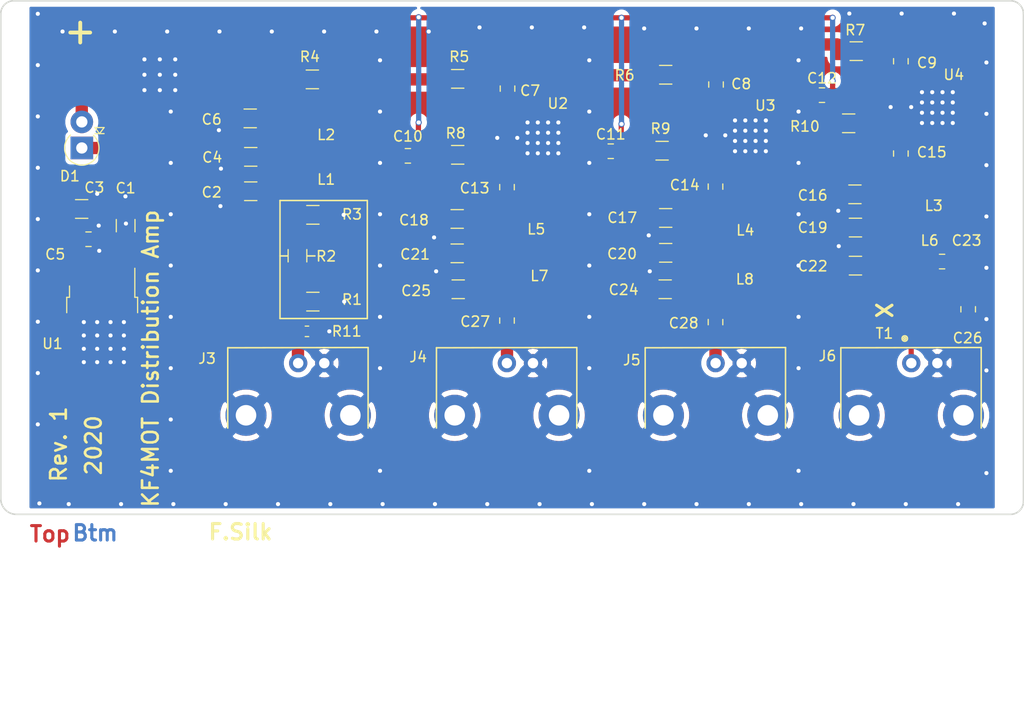
<source format=kicad_pcb>
(kicad_pcb (version 20171130) (host pcbnew "(5.1.5)-3")
  (layers (0 F.Cu signal) (31 B.Cu power) (35 F.Paste user) (37 F.SilkS user) (38 B.Mask user) (39 F.Mask user) (44 Edge.Cuts user))
  (net 0 "")
  (net 1 GND)
  (net 2 "Net-(C2-Pad1)")
  (net 3 "Net-(C13-Pad1)")
  (net 4 "Net-(C13-Pad2)")
  (net 5 "Net-(C14-Pad1)")
  (net 6 "Net-(C14-Pad2)")
  (net 7 "Net-(C15-Pad1)")
  (net 8 "Net-(C15-Pad2)")
  (net 9 "Net-(C22-Pad1)")
  (net 10 "Net-(C23-Pad1)")
  (net 11 "Net-(C24-Pad1)")
  (net 12 "Net-(C25-Pad1)")
  (net 13 "Net-(C27-Pad1)")
  (net 14 "Net-(C28-Pad1)")
  (net 15 "Net-(D1-Pad2)")
  (net 16 "Net-(T1-Pad2)")
  (net 17 "Net-(C1-Pad1)")
  (net 18 "Net-(R4-Pad1)")
  (net 19 +8V)
  (net 20 "Net-(C4-Pad1)")
  (net 21 "Net-(C6-Pad1)")
  (net 22 "Net-(C7-Pad2)")
  (net 23 "Net-(C7-Pad1)")
  (net 24 "Net-(C8-Pad2)")
  (net 25 "Net-(C8-Pad1)")
  (net 26 "Net-(C9-Pad2)")
  (net 27 "Net-(C9-Pad1)")
  (net 28 "Net-(C19-Pad1)")
  (net 29 "Net-(C20-Pad1)")
  (net 30 "Net-(C21-Pad1)")
  (module Package_TO_SOT_SMD:TO-252-2 (layer F.Cu) (at 109.1856 113.402 270)
    (fp_text reference U1 (at 2.048 4.8356 180) (layer F.SilkS))
    (fp_text value MC78M08)
    (pad 2 smd rect (at 2.1 0 270) (size 6.4 5.8) (layers F.Cu F.Mask) (net 1 GND))
    (pad 3 smd rect (at -4.2 2.28 270) (size 2.2 1.2) (layers F.Cu F.Paste F.Mask) (net 19 +8V))
    (pad 1 smd rect (at -4.2 -2.28 270) (size 2.2 1.2) (layers F.Cu F.Paste F.Mask) (net 17 "Net-(C1-Pad1)"))
  )
  (module 23CM_5CM:bnc_molex_0731375003 (layer F.Cu) (at 128.27 117.348)
    (fp_text reference J3 (at -8.87 -0.448) (layer F.SilkS))
    (fp_text value BNC_Molex_0731375003)
    (pad 2 thru_hole circle (at -5.08 5.08) (size 4 4) (drill 2) (layers *.Cu *.Mask) (net 1 GND))
    (pad 2 thru_hole circle (at 5.08 5.08) (size 4 4) (drill 2) (layers *.Cu *.Mask) (net 1 GND))
    (pad 2 thru_hole circle (at 2.54 0) (size 1.778 1.778) (drill 1.016) (layers *.Cu *.Mask) (net 1 GND))
    (pad 1 thru_hole circle (at 0 0) (size 1.778 1.778) (drill 1.016) (layers *.Cu *.Mask) (net 2 "Net-(C2-Pad1)"))
  )
  (module 23CM_5CM:bnc_molex_0731375003 (layer F.Cu) (at 187.96 117.348)
    (fp_text reference J6 (at -8.16 -0.698) (layer F.SilkS))
    (fp_text value BNC_Molex_0731375003)
    (pad 2 thru_hole circle (at -5.08 5.08) (size 4 4) (drill 2) (layers *.Cu *.Mask) (net 1 GND))
    (pad 2 thru_hole circle (at 5.08 5.08) (size 4 4) (drill 2) (layers *.Cu *.Mask) (net 1 GND))
    (pad 2 thru_hole circle (at 2.54 0) (size 1.778 1.778) (drill 1.016) (layers *.Cu *.Mask) (net 1 GND))
    (pad 1 thru_hole circle (at 0 0) (size 1.778 1.778) (drill 1.016) (layers *.Cu *.Mask) (net 10 "Net-(C23-Pad1)"))
  )
  (module 23CM_5CM:bnc_molex_0731375003 (layer F.Cu) (at 168.91 117.348)
    (fp_text reference J5 (at -8.16 -0.298) (layer F.SilkS))
    (fp_text value BNC_Molex_0731375003)
    (pad 2 thru_hole circle (at -5.08 5.08) (size 4 4) (drill 2) (layers *.Cu *.Mask) (net 1 GND))
    (pad 2 thru_hole circle (at 5.08 5.08) (size 4 4) (drill 2) (layers *.Cu *.Mask) (net 1 GND))
    (pad 2 thru_hole circle (at 2.54 0) (size 1.778 1.778) (drill 1.016) (layers *.Cu *.Mask) (net 1 GND))
    (pad 1 thru_hole circle (at 0 0) (size 1.778 1.778) (drill 1.016) (layers *.Cu *.Mask) (net 14 "Net-(C28-Pad1)"))
  )
  (module Resistor_SMD:R_0603_1608Metric_Pad1.05x0.95mm_HandSolder (layer F.Cu) (at 129.125 114.25 180)
    (fp_text reference R11 (at -3.8722 0) (layer F.SilkS))
    (fp_text value R_49R9_sm0603)
    (pad 2 smd roundrect (at 0.875 0 180) (size 1.05 0.95) (layers F.Cu F.Paste F.Mask) (net 2 "Net-(C2-Pad1)"))
    (pad 1 smd roundrect (at -0.875 0 180) (size 1.05 0.95) (layers F.Cu F.Paste F.Mask) (net 1 GND))
  )
  (module kicad_lib:SolderWirePad_single_SMD_5mm (layer F.Cu) (at 114.7 89.25)
    (fp_text reference J2 hide)
    (fp_text value Conn_5mm_pad)
    (pad 1 smd roundrect (at 0 0) (size 5 5) (layers F.Cu F.Mask) (net 1 GND))
  )
  (module kicad_lib:SolderWirePad_single_SMD_5mm (layer F.Cu) (at 107.15 89.25)
    (fp_text reference J1 hide)
    (fp_text value Conn_5mm_pad)
    (pad 1 smd roundrect (at 0 0) (size 5 5) (layers F.Cu F.Mask) (net 15 "Net-(D1-Pad2)"))
  )
  (module Resistor_SMD:R_1206_3216Metric_Pad1.42x1.75mm_HandSolder (layer F.Cu) (at 143.85 110.15 180)
    (fp_text reference C25 (at 4.1 -0.15) (layer F.SilkS))
    (fp_text value C_270pF_1206_C0G)
    (pad 2 smd roundrect (at 1.4875 0 180) (size 1.425 1.75) (layers F.Cu F.Paste F.Mask) (roundrect_rratio 0.175439) (net 1 GND))
    (pad 1 smd roundrect (at -1.4875 0 180) (size 1.425 1.75) (layers F.Cu F.Paste F.Mask) (roundrect_rratio 0.175439) (net 12 "Net-(C25-Pad1)"))
  )
  (module Resistor_SMD:R_1206_3216Metric_Pad1.42x1.75mm_HandSolder (layer F.Cu) (at 164 110.15 180)
    (fp_text reference C24 (at 4.05 -0.05) (layer F.SilkS))
    (fp_text value C_270pF_1206_C0G)
    (pad 2 smd roundrect (at 1.4875 0 180) (size 1.425 1.75) (layers F.Cu F.Paste F.Mask) (roundrect_rratio 0.175439) (net 1 GND))
    (pad 1 smd roundrect (at -1.4875 0 180) (size 1.425 1.75) (layers F.Cu F.Paste F.Mask) (roundrect_rratio 0.175439) (net 11 "Net-(C24-Pad1)"))
  )
  (module Resistor_SMD:R_1206_3216Metric_Pad1.42x1.75mm_HandSolder (layer F.Cu) (at 182.5244 107.8484 180)
    (fp_text reference C22 (at 4.1656 -0.0508) (layer F.SilkS))
    (fp_text value C_270pF_1206_C0G)
    (pad 2 smd roundrect (at 1.4875 0 180) (size 1.425 1.75) (layers F.Cu F.Paste F.Mask) (roundrect_rratio 0.175439) (net 1 GND))
    (pad 1 smd roundrect (at -1.4875 0 180) (size 1.425 1.75) (layers F.Cu F.Paste F.Mask) (roundrect_rratio 0.175439) (net 9 "Net-(C22-Pad1)"))
  )
  (module Resistor_SMD:R_1206_3216Metric_Pad1.42x1.75mm_HandSolder (layer F.Cu) (at 143.75 106.65 180)
    (fp_text reference C21 (at 4.1 -0.1) (layer F.SilkS))
    (fp_text value C_470pF_1206_C0G)
    (pad 2 smd roundrect (at 1.4875 0 180) (size 1.425 1.75) (layers F.Cu F.Paste F.Mask) (roundrect_rratio 0.175439) (net 1 GND))
    (pad 1 smd roundrect (at -1.4875 0 180) (size 1.425 1.75) (layers F.Cu F.Paste F.Mask) (roundrect_rratio 0.175439) (net 30 "Net-(C21-Pad1)"))
  )
  (module Resistor_SMD:R_1206_3216Metric_Pad1.42x1.75mm_HandSolder (layer F.Cu) (at 164.05 106.6 180)
    (fp_text reference C20 (at 4.25 -0.1) (layer F.SilkS))
    (fp_text value C_470pF_1206_C0G)
    (pad 2 smd roundrect (at 1.4875 0 180) (size 1.425 1.75) (layers F.Cu F.Paste F.Mask) (roundrect_rratio 0.175439) (net 1 GND))
    (pad 1 smd roundrect (at -1.4875 0 180) (size 1.425 1.75) (layers F.Cu F.Paste F.Mask) (roundrect_rratio 0.175439) (net 29 "Net-(C20-Pad1)"))
  )
  (module Resistor_SMD:R_1206_3216Metric_Pad1.42x1.75mm_HandSolder (layer F.Cu) (at 182.5244 104.14 180)
    (fp_text reference C19 (at 4.1656 0) (layer F.SilkS))
    (fp_text value C_470pF_1206_C0G)
    (pad 2 smd roundrect (at 1.4875 0 180) (size 1.425 1.75) (layers F.Cu F.Paste F.Mask) (roundrect_rratio 0.175439) (net 1 GND))
    (pad 1 smd roundrect (at -1.4875 0 180) (size 1.425 1.75) (layers F.Cu F.Paste F.Mask) (roundrect_rratio 0.175439) (net 28 "Net-(C19-Pad1)"))
  )
  (module Resistor_SMD:R_1206_3216Metric_Pad1.42x1.75mm_HandSolder (layer F.Cu) (at 143.75 103.3 180)
    (fp_text reference C18 (at 4.2092 -0.1136) (layer F.SilkS))
    (fp_text value C_270pF_1206_C0G)
    (pad 2 smd roundrect (at 1.4875 0 180) (size 1.425 1.75) (layers F.Cu F.Paste F.Mask) (roundrect_rratio 0.175439) (net 1 GND))
    (pad 1 smd roundrect (at -1.4875 0 180) (size 1.425 1.75) (layers F.Cu F.Paste F.Mask) (roundrect_rratio 0.175439) (net 3 "Net-(C13-Pad1)"))
  )
  (module Resistor_SMD:R_1206_3216Metric_Pad1.42x1.75mm_HandSolder (layer F.Cu) (at 164.05 103.2 180)
    (fp_text reference C17 (at 4.23 0.0228) (layer F.SilkS))
    (fp_text value C_270pF_1206_C0G)
    (pad 2 smd roundrect (at 1.4875 0 180) (size 1.425 1.75) (layers F.Cu F.Paste F.Mask) (roundrect_rratio 0.175439) (net 1 GND))
    (pad 1 smd roundrect (at -1.4875 0 180) (size 1.425 1.75) (layers F.Cu F.Paste F.Mask) (roundrect_rratio 0.175439) (net 5 "Net-(C14-Pad1)"))
  )
  (module Resistor_SMD:R_1206_3216Metric_Pad1.42x1.75mm_HandSolder (layer F.Cu) (at 182.4736 100.9 180)
    (fp_text reference C16 (at 4.1148 -0.1016) (layer F.SilkS))
    (fp_text value C_270pF_1206_C0G)
    (pad 2 smd roundrect (at 1.4875 0 180) (size 1.425 1.75) (layers F.Cu F.Paste F.Mask) (roundrect_rratio 0.175439) (net 1 GND))
    (pad 1 smd roundrect (at -1.4875 0 180) (size 1.425 1.75) (layers F.Cu F.Paste F.Mask) (roundrect_rratio 0.175439) (net 7 "Net-(C15-Pad1)"))
  )
  (module Capacitor_SMD:C_0805_2012Metric_Pad1.15x1.40mm_HandSolder (layer F.Cu) (at 186.944 96.9264 90)
    (fp_text reference C15 (at 0.1264 3.006 180) (layer F.SilkS))
    (fp_text value 0.1uF_50V_0805_x7r)
    (pad 2 smd roundrect (at 1.025 0 90) (size 1.15 1.4) (layers F.Cu F.Paste F.Mask) (roundrect_rratio 0.217391) (net 8 "Net-(C15-Pad2)"))
    (pad 1 smd roundrect (at -1.025 0 90) (size 1.15 1.4) (layers F.Cu F.Paste F.Mask) (roundrect_rratio 0.217391) (net 7 "Net-(C15-Pad1)"))
  )
  (module Resistor_SMD:R_1206_3216Metric_Pad1.42x1.75mm_HandSolder (layer F.Cu) (at 123.6 93.5 180)
    (fp_text reference C6 (at 3.75 -0.1) (layer F.SilkS))
    (fp_text value C_270pF_1206_C0G)
    (pad 2 smd roundrect (at 1.4875 0 180) (size 1.425 1.75) (layers F.Cu F.Paste F.Mask) (roundrect_rratio 0.175439) (net 1 GND))
    (pad 1 smd roundrect (at -1.4875 0 180) (size 1.425 1.75) (layers F.Cu F.Paste F.Mask) (roundrect_rratio 0.175439) (net 21 "Net-(C6-Pad1)"))
  )
  (module Resistor_SMD:R_1206_3216Metric_Pad1.42x1.75mm_HandSolder (layer F.Cu) (at 123.65 97.25 180)
    (fp_text reference C4 (at 3.75 -0.05) (layer F.SilkS))
    (fp_text value C_470pF_1206_C0G)
    (pad 2 smd roundrect (at 1.4875 0 180) (size 1.425 1.75) (layers F.Cu F.Paste F.Mask) (roundrect_rratio 0.175439) (net 1 GND))
    (pad 1 smd roundrect (at -1.4875 0 180) (size 1.425 1.75) (layers F.Cu F.Paste F.Mask) (roundrect_rratio 0.175439) (net 20 "Net-(C4-Pad1)"))
  )
  (module Resistor_SMD:R_1206_3216Metric_Pad1.42x1.75mm_HandSolder (layer F.Cu) (at 123.65 100.6 180)
    (fp_text reference C2 (at 3.8 -0.1) (layer F.SilkS))
    (fp_text value C_270pF_1206_C0G)
    (pad 2 smd roundrect (at 1.4875 0 180) (size 1.425 1.75) (layers F.Cu F.Paste F.Mask) (roundrect_rratio 0.175439) (net 1 GND))
    (pad 1 smd roundrect (at -1.4875 0 180) (size 1.425 1.75) (layers F.Cu F.Paste F.Mask) (roundrect_rratio 0.175439) (net 2 "Net-(C2-Pad1)"))
  )
  (module Resistor_SMD:R_1206_3216Metric_Pad1.42x1.75mm_HandSolder (layer F.Cu) (at 129.7 102.9)
    (fp_text reference R3 (at 3.81 -0.0508) (layer F.SilkS))
    (fp_text value R_1206)
    (pad 2 smd roundrect (at 1.4875 0) (size 1.425 1.75) (layers F.Cu F.Paste F.Mask) (roundrect_rratio 0.175439) (net 1 GND))
    (pad 1 smd roundrect (at -1.4875 0) (size 1.425 1.75) (layers F.Cu F.Paste F.Mask) (roundrect_rratio 0.175439) (net 2 "Net-(C2-Pad1)"))
  )
  (module Resistor_SMD:R_1206_3216Metric_Pad1.42x1.75mm_HandSolder (layer F.Cu) (at 128.2 106.8832 270)
    (fp_text reference R2 (at 0.0508 -2.794 180) (layer F.SilkS))
    (fp_text value R_1206)
    (pad 2 smd roundrect (at 1.4875 0 270) (size 1.425 1.75) (layers F.Cu F.Paste F.Mask) (roundrect_rratio 0.175439) (net 2 "Net-(C2-Pad1)"))
    (pad 1 smd roundrect (at -1.4875 0 270) (size 1.425 1.75) (layers F.Cu F.Paste F.Mask) (roundrect_rratio 0.175439) (net 2 "Net-(C2-Pad1)"))
  )
  (module Resistor_SMD:R_1206_3216Metric_Pad1.42x1.75mm_HandSolder (layer F.Cu) (at 129.7 111.3536)
    (fp_text reference R1 (at 3.81 -0.2032) (layer F.SilkS))
    (fp_text value R_1206)
    (pad 2 smd roundrect (at 1.4875 0) (size 1.425 1.75) (layers F.Cu F.Paste F.Mask) (roundrect_rratio 0.175439) (net 1 GND))
    (pad 1 smd roundrect (at -1.4875 0) (size 1.425 1.75) (layers F.Cu F.Paste F.Mask) (roundrect_rratio 0.175439) (net 2 "Net-(C2-Pad1)"))
  )
  (module 23CM_5CM:L_1008 (layer F.Cu) (at 168.8592 109.05 270)
    (fp_text reference L8 (at 0.119 -2.8956 180) (layer F.SilkS))
    (fp_text value L_1uh_2%_1008)
    (pad 2 smd rect (at 1.135 0 270) (size 1.1 2.54) (layers F.Cu F.Paste F.Mask) (net 11 "Net-(C24-Pad1)"))
    (pad 1 smd rect (at -1.135 0 270) (size 1.1 2.54) (layers F.Cu F.Paste F.Mask) (net 29 "Net-(C20-Pad1)"))
  )
  (module 23CM_5CM:L_1008 (layer F.Cu) (at 148.6 109 270)
    (fp_text reference L7 (at -0.15 -3.15 180) (layer F.SilkS))
    (fp_text value L_1uh_2%_1008)
    (pad 2 smd rect (at 1.135 0 270) (size 1.1 2.54) (layers F.Cu F.Paste F.Mask) (net 12 "Net-(C25-Pad1)"))
    (pad 1 smd rect (at -1.135 0 270) (size 1.1 2.54) (layers F.Cu F.Paste F.Mask) (net 30 "Net-(C21-Pad1)"))
  )
  (module 23CM_5CM:L_1008 (layer F.Cu) (at 186.8932 106.3578 270)
    (fp_text reference L6 (at -0.9578 -2.8568 180) (layer F.SilkS))
    (fp_text value L_1uh_2%_1008)
    (pad 2 smd rect (at 1.135 0 270) (size 1.1 2.54) (layers F.Cu F.Paste F.Mask) (net 9 "Net-(C22-Pad1)"))
    (pad 1 smd rect (at -1.135 0 270) (size 1.1 2.54) (layers F.Cu F.Paste F.Mask) (net 28 "Net-(C19-Pad1)"))
  )
  (module 23CM_5CM:L_1008 (layer F.Cu) (at 168.85 104.4 270)
    (fp_text reference L4 (at 0 -2.9464 180) (layer F.SilkS))
    (fp_text value L_1uh_2%_1008)
    (pad 2 smd rect (at 1.135 0 270) (size 1.1 2.54) (layers F.Cu F.Paste F.Mask) (net 29 "Net-(C20-Pad1)"))
    (pad 1 smd rect (at -1.135 0 270) (size 1.1 2.54) (layers F.Cu F.Paste F.Mask) (net 5 "Net-(C14-Pad1)"))
  )
  (module 23CM_5CM:L_1008 (layer F.Cu) (at 148.55 104.45 270)
    (fp_text reference L5 (at -0.1524 -2.8956 180) (layer F.SilkS))
    (fp_text value L_1uh_2%_1008)
    (pad 2 smd rect (at 1.135 0 270) (size 1.1 2.54) (layers F.Cu F.Paste F.Mask) (net 30 "Net-(C21-Pad1)"))
    (pad 1 smd rect (at -1.135 0 270) (size 1.1 2.54) (layers F.Cu F.Paste F.Mask) (net 3 "Net-(C13-Pad1)"))
  )
  (module 23CM_5CM:L_1008 (layer F.Cu) (at 186.8932 102.0572 270)
    (fp_text reference L3 (at -0.0508 -3.2512 180) (layer F.SilkS))
    (fp_text value L_1uh_2%_1008)
    (pad 2 smd rect (at 1.135 0 270) (size 1.1 2.54) (layers F.Cu F.Paste F.Mask) (net 28 "Net-(C19-Pad1)"))
    (pad 1 smd rect (at -1.135 0 270) (size 1.1 2.54) (layers F.Cu F.Paste F.Mask) (net 7 "Net-(C15-Pad1)"))
  )
  (module Capacitor_SMD:C_0805_2012Metric_Pad1.15x1.40mm_HandSolder (layer F.Cu) (at 179.2642 91.2368)
    (fp_text reference C12 (at 0 -1.65) (layer F.SilkS))
    (fp_text value 0.1uF_50V_0805_x7r)
    (pad 2 smd roundrect (at 1.025 0) (size 1.15 1.4) (layers F.Cu F.Paste F.Mask) (roundrect_rratio 0.217391) (net 19 +8V))
    (pad 1 smd roundrect (at -1.025 0) (size 1.15 1.4) (layers F.Cu F.Paste F.Mask) (roundrect_rratio 0.217391) (net 1 GND))
  )
  (module Capacitor_SMD:C_0805_2012Metric_Pad1.15x1.40mm_HandSolder (layer F.Cu) (at 158.7 96.7)
    (fp_text reference C11 (at 0 -1.65) (layer F.SilkS))
    (fp_text value 0.1uF_50V_0805_x7r)
    (pad 2 smd roundrect (at 1.025 0) (size 1.15 1.4) (layers F.Cu F.Paste F.Mask) (roundrect_rratio 0.217391) (net 19 +8V))
    (pad 1 smd roundrect (at -1.025 0) (size 1.15 1.4) (layers F.Cu F.Paste F.Mask) (roundrect_rratio 0.217391) (net 1 GND))
  )
  (module Capacitor_SMD:C_0805_2012Metric_Pad1.15x1.40mm_HandSolder (layer F.Cu) (at 138.95 97.15)
    (fp_text reference C10 (at 0 -1.9) (layer F.SilkS))
    (fp_text value 0.1uF_50V_0805_x7r)
    (pad 2 smd roundrect (at 1.025 0) (size 1.15 1.4) (layers F.Cu F.Paste F.Mask) (roundrect_rratio 0.217391) (net 19 +8V))
    (pad 1 smd roundrect (at -1.025 0) (size 1.15 1.4) (layers F.Cu F.Paste F.Mask) (roundrect_rratio 0.217391) (net 1 GND))
  )
  (module 23CM_5CM:SOT-89 (layer F.Cu) (at 186.944 92.4052 270)
    (fp_text reference U4 (at -3.1552 -5.156 180) (layer F.SilkS))
    (fp_text value TQP369182)
    (pad 4 smd rect (at 0 -3.556 270) (size 3.86 4.5) (layers F.Cu F.Paste F.Mask) (net 1 GND))
    (pad 1 smd rect (at -1.61 0 270) (size 0.64 1.27) (layers F.Cu F.Paste F.Mask) (net 27 "Net-(C9-Pad1)"))
    (pad 2 smd rect (at 0 0 270) (size 0.64 1.27) (layers F.Cu F.Paste F.Mask) (net 1 GND))
    (pad 3 smd rect (at 1.61 0 270) (size 0.64 1.27) (layers F.Cu F.Paste F.Mask) (net 8 "Net-(C15-Pad2)"))
  )
  (module 23CM_5CM:SOT-89 (layer F.Cu) (at 168.894 95.15 270)
    (fp_text reference U3 (at -2.9 -4.856 180) (layer F.SilkS))
    (fp_text value TQP369182)
    (pad 4 smd rect (at 0 -3.556 270) (size 3.86 4.5) (layers F.Cu F.Paste F.Mask) (net 1 GND))
    (pad 1 smd rect (at -1.61 0 270) (size 0.64 1.27) (layers F.Cu F.Paste F.Mask) (net 25 "Net-(C8-Pad1)"))
    (pad 2 smd rect (at 0 0 270) (size 0.64 1.27) (layers F.Cu F.Paste F.Mask) (net 1 GND))
    (pad 3 smd rect (at 1.61 0 270) (size 0.64 1.27) (layers F.Cu F.Paste F.Mask) (net 6 "Net-(C14-Pad2)"))
  )
  (module Resistor_SMD:R_1206_3216Metric_Pad1.42x1.75mm_HandSolder (layer F.Cu) (at 181.864 93.98)
    (fp_text reference R10 (at -4.2672 0.3048) (layer F.SilkS))
    (fp_text value R_91_sm1206)
    (pad 2 smd roundrect (at 1.4875 0) (size 1.425 1.75) (layers F.Cu F.Paste F.Mask) (roundrect_rratio 0.175439) (net 8 "Net-(C15-Pad2)"))
    (pad 1 smd roundrect (at -1.4875 0) (size 1.425 1.75) (layers F.Cu F.Paste F.Mask) (roundrect_rratio 0.175439) (net 19 +8V))
  )
  (module Resistor_SMD:R_1206_3216Metric_Pad1.42x1.75mm_HandSolder (layer F.Cu) (at 163.7 96.65)
    (fp_text reference R9 (at -0.15 -2.15) (layer F.SilkS))
    (fp_text value R_91_sm1206)
    (pad 2 smd roundrect (at 1.4875 0) (size 1.425 1.75) (layers F.Cu F.Paste F.Mask) (roundrect_rratio 0.175439) (net 6 "Net-(C14-Pad2)"))
    (pad 1 smd roundrect (at -1.4875 0) (size 1.425 1.75) (layers F.Cu F.Paste F.Mask) (roundrect_rratio 0.175439) (net 19 +8V))
  )
  (module Resistor_SMD:R_1206_3216Metric_Pad1.42x1.75mm_HandSolder (layer F.Cu) (at 182.6 86.95 180)
    (fp_text reference R7 (at 0.1 2.05) (layer F.SilkS))
    (fp_text value R_24_sm1206)
    (pad 2 smd roundrect (at 1.4875 0 180) (size 1.425 1.75) (layers F.Cu F.Paste F.Mask) (roundrect_rratio 0.175439) (net 18 "Net-(R4-Pad1)"))
    (pad 1 smd roundrect (at -1.4875 0 180) (size 1.425 1.75) (layers F.Cu F.Paste F.Mask) (roundrect_rratio 0.175439) (net 26 "Net-(C9-Pad2)"))
  )
  (module Capacitor_SMD:C_0805_2012Metric_Pad1.15x1.40mm_HandSolder (layer F.Cu) (at 186.944 87.9348 90)
    (fp_text reference C9 (at -0.1524 2.54 180) (layer F.SilkS))
    (fp_text value 0.1uF_50V_0805_x7r)
    (pad 2 smd roundrect (at 1.025 0 90) (size 1.15 1.4) (layers F.Cu F.Paste F.Mask) (roundrect_rratio 0.217391) (net 26 "Net-(C9-Pad2)"))
    (pad 1 smd roundrect (at -1.025 0 90) (size 1.15 1.4) (layers F.Cu F.Paste F.Mask) (roundrect_rratio 0.217391) (net 27 "Net-(C9-Pad1)"))
  )
  (module 23CM_5CM:SOT-89 (layer F.Cu) (at 148.644 95.4 270)
    (fp_text reference U2 (at -3.35 -4.906 180) (layer F.SilkS))
    (fp_text value TQP369182)
    (pad 4 smd rect (at 0 -3.556 270) (size 3.86 4.5) (layers F.Cu F.Paste F.Mask) (net 1 GND))
    (pad 1 smd rect (at -1.61 0 270) (size 0.64 1.27) (layers F.Cu F.Paste F.Mask) (net 23 "Net-(C7-Pad1)"))
    (pad 2 smd rect (at 0 0 270) (size 0.64 1.27) (layers F.Cu F.Paste F.Mask) (net 1 GND))
    (pad 3 smd rect (at 1.61 0 270) (size 0.64 1.27) (layers F.Cu F.Paste F.Mask) (net 4 "Net-(C13-Pad2)"))
  )
  (module Resistor_SMD:R_1206_3216Metric_Pad1.42x1.75mm_HandSolder (layer F.Cu) (at 143.8 97.05)
    (fp_text reference R8 (at -0.2 -2.1) (layer F.SilkS))
    (fp_text value R_91_sm1206)
    (pad 2 smd roundrect (at 1.4875 0) (size 1.425 1.75) (layers F.Cu F.Paste F.Mask) (roundrect_rratio 0.175439) (net 4 "Net-(C13-Pad2)"))
    (pad 1 smd roundrect (at -1.4875 0) (size 1.425 1.75) (layers F.Cu F.Paste F.Mask) (roundrect_rratio 0.175439) (net 19 +8V))
  )
  (module Resistor_SMD:R_1206_3216Metric_Pad1.42x1.75mm_HandSolder (layer F.Cu) (at 164.05 89.25 180)
    (fp_text reference R6 (at 4 -0.05) (layer F.SilkS))
    (fp_text value R_24_sm1206)
    (pad 2 smd roundrect (at 1.4875 0 180) (size 1.425 1.75) (layers F.Cu F.Paste F.Mask) (roundrect_rratio 0.175439) (net 18 "Net-(R4-Pad1)"))
    (pad 1 smd roundrect (at -1.4875 0 180) (size 1.425 1.75) (layers F.Cu F.Paste F.Mask) (roundrect_rratio 0.175439) (net 24 "Net-(C8-Pad2)"))
  )
  (module Resistor_SMD:R_1206_3216Metric_Pad1.42x1.75mm_HandSolder (layer F.Cu) (at 143.8 89.65 180)
    (fp_text reference R5 (at -0.15 2.15) (layer F.SilkS))
    (fp_text value R_24_sm1206)
    (pad 2 smd roundrect (at 1.4875 0 180) (size 1.425 1.75) (layers F.Cu F.Paste F.Mask) (roundrect_rratio 0.175439) (net 18 "Net-(R4-Pad1)"))
    (pad 1 smd roundrect (at -1.4875 0 180) (size 1.425 1.75) (layers F.Cu F.Paste F.Mask) (roundrect_rratio 0.175439) (net 22 "Net-(C7-Pad2)"))
  )
  (module Resistor_SMD:R_1206_3216Metric_Pad1.42x1.75mm_HandSolder (layer F.Cu) (at 129.65 89.7 180)
    (fp_text reference R4 (at 0.25 2.2) (layer F.SilkS))
    (fp_text value R_24_sm1206)
    (pad 2 smd roundrect (at 1.4875 0 180) (size 1.425 1.75) (layers F.Cu F.Paste F.Mask) (roundrect_rratio 0.175439) (net 21 "Net-(C6-Pad1)"))
    (pad 1 smd roundrect (at -1.4875 0 180) (size 1.425 1.75) (layers F.Cu F.Paste F.Mask) (roundrect_rratio 0.175439) (net 18 "Net-(R4-Pad1)"))
  )
  (module Capacitor_SMD:C_0805_2012Metric_Pad1.15x1.40mm_HandSolder (layer F.Cu) (at 193.5 112.1 270)
    (fp_text reference C26 (at 2.8 0.05 180) (layer F.SilkS))
    (fp_text value 0.1uF_50V_0805_x7r)
    (pad 2 smd roundrect (at 1.025 0 270) (size 1.15 1.4) (layers F.Cu F.Paste F.Mask) (roundrect_rratio 0.217391) (net 1 GND))
    (pad 1 smd roundrect (at -1.025 0 270) (size 1.15 1.4) (layers F.Cu F.Paste F.Mask) (roundrect_rratio 0.217391) (net 1 GND))
  )
  (module Capacitor_SMD:C_0805_2012Metric_Pad1.15x1.40mm_HandSolder (layer F.Cu) (at 168.9 113.35 90)
    (fp_text reference C28 (at -0.1 -3.1 180) (layer F.SilkS))
    (fp_text value 0.1uF_50V_0805_x7r)
    (pad 2 smd roundrect (at 1.025 0 90) (size 1.15 1.4) (layers F.Cu F.Paste F.Mask) (roundrect_rratio 0.217391) (net 11 "Net-(C24-Pad1)"))
    (pad 1 smd roundrect (at -1.025 0 90) (size 1.15 1.4) (layers F.Cu F.Paste F.Mask) (roundrect_rratio 0.217391) (net 14 "Net-(C28-Pad1)"))
  )
  (module Capacitor_SMD:C_0805_2012Metric_Pad1.15x1.40mm_HandSolder (layer F.Cu) (at 148.6 113.2 90)
    (fp_text reference C27 (at -0.1 -3.1 180) (layer F.SilkS))
    (fp_text value 0.1uF_50V_0805_x7r)
    (pad 2 smd roundrect (at 1.025 0 90) (size 1.15 1.4) (layers F.Cu F.Paste F.Mask) (roundrect_rratio 0.217391) (net 12 "Net-(C25-Pad1)"))
    (pad 1 smd roundrect (at -1.025 0 90) (size 1.15 1.4) (layers F.Cu F.Paste F.Mask) (roundrect_rratio 0.217391) (net 13 "Net-(C27-Pad1)"))
  )
  (module Capacitor_SMD:C_0805_2012Metric_Pad1.15x1.40mm_HandSolder (layer F.Cu) (at 190.9572 107.45 180)
    (fp_text reference C23 (at -2.3928 2.05) (layer F.SilkS))
    (fp_text value 0.1uF_50V_0805_x7r)
    (pad 2 smd roundrect (at 1.025 0 180) (size 1.15 1.4) (layers F.Cu F.Paste F.Mask) (roundrect_rratio 0.217391) (net 9 "Net-(C22-Pad1)"))
    (pad 1 smd roundrect (at -1.025 0 180) (size 1.15 1.4) (layers F.Cu F.Paste F.Mask) (roundrect_rratio 0.217391) (net 10 "Net-(C23-Pad1)"))
  )
  (module Capacitor_SMD:C_0805_2012Metric_Pad1.15x1.40mm_HandSolder (layer F.Cu) (at 168.9 100.15 90)
    (fp_text reference C14 (at 0.15 -3 180) (layer F.SilkS))
    (fp_text value 0.1uF_50V_0805_x7r)
    (pad 2 smd roundrect (at 1.025 0 90) (size 1.15 1.4) (layers F.Cu F.Paste F.Mask) (roundrect_rratio 0.217391) (net 6 "Net-(C14-Pad2)"))
    (pad 1 smd roundrect (at -1.025 0 90) (size 1.15 1.4) (layers F.Cu F.Paste F.Mask) (roundrect_rratio 0.217391) (net 5 "Net-(C14-Pad1)"))
  )
  (module Capacitor_SMD:C_0805_2012Metric_Pad1.15x1.40mm_HandSolder (layer F.Cu) (at 148.6 100.2 90)
    (fp_text reference C13 (at -0.1 -3.15 180) (layer F.SilkS))
    (fp_text value 0.1uF_50V_0805_x7r)
    (pad 2 smd roundrect (at 1.025 0 90) (size 1.15 1.4) (layers F.Cu F.Paste F.Mask) (roundrect_rratio 0.217391) (net 4 "Net-(C13-Pad2)"))
    (pad 1 smd roundrect (at -1.025 0 90) (size 1.15 1.4) (layers F.Cu F.Paste F.Mask) (roundrect_rratio 0.217391) (net 3 "Net-(C13-Pad1)"))
  )
  (module Capacitor_SMD:C_0805_2012Metric_Pad1.15x1.40mm_HandSolder (layer F.Cu) (at 168.95 90.2 90)
    (fp_text reference C8 (at 0.05 2.45 180) (layer F.SilkS))
    (fp_text value 0.1uF_50V_0805_x7r)
    (pad 2 smd roundrect (at 1.025 0 90) (size 1.15 1.4) (layers F.Cu F.Paste F.Mask) (roundrect_rratio 0.217391) (net 24 "Net-(C8-Pad2)"))
    (pad 1 smd roundrect (at -1.025 0 90) (size 1.15 1.4) (layers F.Cu F.Paste F.Mask) (roundrect_rratio 0.217391) (net 25 "Net-(C8-Pad1)"))
  )
  (module Capacitor_SMD:C_0805_2012Metric_Pad1.15x1.40mm_HandSolder (layer F.Cu) (at 148.65 90.6 90)
    (fp_text reference C7 (at -0.2 2.2 180) (layer F.SilkS))
    (fp_text value 0.1uF_50V_0805_x7r)
    (pad 2 smd roundrect (at 1.025 0 90) (size 1.15 1.4) (layers F.Cu F.Paste F.Mask) (roundrect_rratio 0.217391) (net 22 "Net-(C7-Pad2)"))
    (pad 1 smd roundrect (at -1.025 0 90) (size 1.15 1.4) (layers F.Cu F.Paste F.Mask) (roundrect_rratio 0.217391) (net 23 "Net-(C7-Pad1)"))
  )
  (module Capacitor_SMD:C_0805_2012Metric_Pad1.15x1.40mm_HandSolder (layer F.Cu) (at 107.8558 105.274 180)
    (fp_text reference C5 (at 3.2422 -1.4732) (layer F.SilkS))
    (fp_text value 0.1uF_50V_0805_x7r)
    (pad 2 smd roundrect (at 1.025 0 180) (size 1.15 1.4) (layers F.Cu F.Paste F.Mask) (roundrect_rratio 0.217391) (net 19 +8V))
    (pad 1 smd roundrect (at -1.025 0 180) (size 1.15 1.4) (layers F.Cu F.Paste F.Mask) (roundrect_rratio 0.217391) (net 1 GND))
  )
  (module Capacitor_SMD:C_1206_3216Metric_Pad1.42x1.75mm_HandSolder (layer F.Cu) (at 107.1901 102.3276)
    (fp_text reference C3 (at 1.2335 -2.0828) (layer F.SilkS))
    (fp_text value 10uf_25V_1206)
    (pad 2 smd roundrect (at 1.4875 0) (size 1.425 1.75) (layers F.Cu F.Paste F.Mask) (roundrect_rratio 0.175439) (net 1 GND))
    (pad 1 smd roundrect (at -1.4875 0) (size 1.425 1.75) (layers F.Cu F.Paste F.Mask) (roundrect_rratio 0.175439) (net 19 +8V))
  )
  (module Capacitor_SMD:C_1206_3216Metric_Pad1.42x1.75mm_HandSolder (layer F.Cu) (at 111.4716 103.9532 90)
    (fp_text reference C1 (at 3.6576 0 180) (layer F.SilkS))
    (fp_text value 10uf_25V_1206)
    (pad 2 smd roundrect (at 1.4875 0 90) (size 1.425 1.75) (layers F.Cu F.Paste F.Mask) (roundrect_rratio 0.175439) (net 1 GND))
    (pad 1 smd roundrect (at -1.4875 0 90) (size 1.425 1.75) (layers F.Cu F.Paste F.Mask) (roundrect_rratio 0.175439) (net 17 "Net-(C1-Pad1)"))
  )
  (module 23CM_5CM:MABA-007159_transformer (layer F.Cu) (at 187.35 113.45 90)
    (fp_text reference T1 (at -1 -2 180) (layer F.SilkS))
    (fp_text value Transformer_1_1_MABA_007159)
    (pad 5 smd rect (at 0 3.556 90) (size 0.762 1.397) (layers F.Cu F.Paste F.Mask) (net 1 GND))
    (pad 4 smd rect (at 2.54 3.556 90) (size 0.762 1.397) (layers F.Cu F.Paste F.Mask) (net 1 GND))
    (pad 3 smd rect (at 2.54 0 90) (size 0.762 1.397) (layers F.Cu F.Paste F.Mask) (net 10 "Net-(C23-Pad1)"))
    (pad 2 smd rect (at 1.27 0 90) (size 0.762 1.397) (layers F.Cu F.Paste F.Mask) (net 16 "Net-(T1-Pad2)"))
    (pad 1 smd rect (at 0 0 90) (size 0.762 1.397) (layers F.Cu F.Paste F.Mask) (net 10 "Net-(C23-Pad1)"))
  )
  (module 23CM_5CM:L_1008 (layer F.Cu) (at 128.2 95.1 90)
    (fp_text reference L2 (at 0 2.794 180) (layer F.SilkS))
    (fp_text value L_1uh_2%_1008)
    (pad 2 smd rect (at 1.135 0 90) (size 1.1 2.54) (layers F.Cu F.Paste F.Mask) (net 21 "Net-(C6-Pad1)"))
    (pad 1 smd rect (at -1.135 0 90) (size 1.1 2.54) (layers F.Cu F.Paste F.Mask) (net 20 "Net-(C4-Pad1)"))
  )
  (module 23CM_5CM:L_1008 (layer F.Cu) (at 128.2 99.45 90)
    (fp_text reference L1 (at 0 2.794 180) (layer F.SilkS))
    (fp_text value L_1uh_2%_1008)
    (pad 2 smd rect (at 1.135 0 90) (size 1.1 2.54) (layers F.Cu F.Paste F.Mask) (net 20 "Net-(C4-Pad1)"))
    (pad 1 smd rect (at -1.135 0 90) (size 1.1 2.54) (layers F.Cu F.Paste F.Mask) (net 2 "Net-(C2-Pad1)"))
  )
  (module 23CM_5CM:bnc_molex_0731375003 (layer F.Cu) (at 148.59 117.348)
    (fp_text reference J4 (at -8.64 -0.598) (layer F.SilkS))
    (fp_text value BNC_Molex_0731375003)
    (pad 2 thru_hole circle (at -5.08 5.08) (size 4 4) (drill 2) (layers *.Cu *.Mask) (net 1 GND))
    (pad 2 thru_hole circle (at 5.08 5.08) (size 4 4) (drill 2) (layers *.Cu *.Mask) (net 1 GND))
    (pad 2 thru_hole circle (at 2.54 0) (size 1.778 1.778) (drill 1.016) (layers *.Cu *.Mask) (net 1 GND))
    (pad 1 thru_hole circle (at 0 0) (size 1.778 1.778) (drill 1.016) (layers *.Cu *.Mask) (net 13 "Net-(C27-Pad1)"))
  )
  (module Diodes_THT:D_DO-41_SOD81_P2.54mm_Vertical_AnodeUp (layer F.Cu) (at 107.2044 96.384 90)
    (fp_text reference D1 (at -2.7432 -1.1684 180) (layer F.SilkS))
    (fp_text value 1N4001)
    (pad 1 thru_hole rect (at 0 0 90) (size 2.2 2.2) (drill 1.1) (layers *.Cu *.Mask) (net 17 "Net-(C1-Pad1)"))
    (pad 2 thru_hole oval (at 2.54 0 90) (size 2.2 2.2) (drill 1.1) (layers *.Cu *.Mask) (net 15 "Net-(D1-Pad2)"))
  )
  (gr_line (start 129.15 106.9) (end 129.9 106.9) (layer F.SilkS) (width 0.15))
  (gr_line (start 127.25 106.9) (end 126.5 106.9) (layer F.SilkS) (width 0.15))
  (gr_line (start 135 101.5) (end 135 113) (layer F.SilkS) (width 0.15))
  (gr_line (start 126.5 101.5) (end 135 101.5) (layer F.SilkS) (width 0.15))
  (gr_line (start 126.5 113) (end 126.5 101.5) (layer F.SilkS) (width 0.15))
  (gr_line (start 135 113) (end 126.5 113) (layer F.SilkS) (width 0.15))
  (gr_text F.Silk (at 122.65 133.8) (layer F.SilkS) (effects (font (size 1.5 1.5) (thickness 0.3))))
  (gr_text Btm (at 108.5 133.9) (layer B.Cu) (effects (font (size 1.5 1.5) (thickness 0.3))))
  (gr_text Top (at 104.1 134) (layer F.Cu) (effects (font (size 1.5 1.5) (thickness 0.3))))
  (gr_text X (at 185.4 112.2 90) (layer F.SilkS) (effects (font (size 1.5 1.5) (thickness 0.3))))
  (gr_text 2020 (at 108.35 125.35 90) (layer F.SilkS) (effects (font (size 1.524 1.524) (thickness 0.254))))
  (gr_text "Rev. 1" (at 104.95 125.25 90) (layer F.SilkS) (effects (font (size 1.524 1.524) (thickness 0.254))))
  (gr_text "KF4MOT Distribution Amp" (at 113.9 116.9 90) (layer F.SilkS) (effects (font (size 1.524 1.524) (thickness 0.254))))
  (gr_line (start 197.612 132.08) (end 100.838 132.08) (layer Edge.Cuts) (width 0.15))
  (gr_line (start 100.584 82.042) (end 197.612 82.042) (layer Edge.Cuts) (width 0.15))
  (gr_line (start 99.314 130.556) (end 99.314 83.312) (layer Edge.Cuts) (width 0.15))
  (gr_arc (start 100.838 130.556) (end 100.838 132.08) (angle 90) (layer Edge.Cuts) (width 0.15))
  (gr_arc (start 100.584 83.312) (end 99.314 83.312) (angle 89.9) (layer Edge.Cuts) (width 0.15))
  (gr_arc (start 197.612 130.81) (end 198.882 130.81) (angle 90) (layer Edge.Cuts) (width 0.15))
  (gr_arc (start 197.612 83.312) (end 197.612 82.042) (angle 90) (layer Edge.Cuts) (width 0.15))
  (gr_line (start 198.882 130.81) (end 198.882 83.312) (layer Edge.Cuts) (width 0.15))
  (gr_text + (at 107.05 84.95) (layer F.SilkS) (effects (font (size 2.54 2.54) (thickness 0.375))))
  (via (at 105.327368 85.0388) (size 0.6) (drill 0.4) (layers F.Cu B.Cu) (net 1))
  (via (at 110.420736 85.0388) (size 0.6) (drill 0.4) (layers F.Cu B.Cu) (net 1))
  (via (at 115.514105 85.0388) (size 0.6) (drill 0.4) (layers F.Cu B.Cu) (net 1))
  (via (at 120.607473 85.0388) (size 0.6) (drill 0.4) (layers F.Cu B.Cu) (net 1))
  (via (at 125.700842 85.0388) (size 0.6) (drill 0.4) (layers F.Cu B.Cu) (net 1))
  (via (at 130.79421 85.0388) (size 0.6) (drill 0.4) (layers F.Cu B.Cu) (net 1))
  (via (at 135.887578 85.0388) (size 0.6) (drill 0.4) (layers F.Cu B.Cu) (net 1))
  (via (at 140.980947 85.0388) (size 0.6) (drill 0.4) (layers F.Cu B.Cu) (net 1))
  (via (at 145.924315 84.6388) (size 0.6) (drill 0.4) (layers F.Cu B.Cu) (net 1))
  (via (at 151.017684 84.6388) (size 0.6) (drill 0.4) (layers F.Cu B.Cu) (net 1))
  (via (at 156.111052 84.6388) (size 0.6) (drill 0.4) (layers F.Cu B.Cu) (net 1))
  (via (at 161.954421 84.7388) (size 0.6) (drill 0.4) (layers F.Cu B.Cu) (net 1))
  (via (at 167.047789 84.7388) (size 0.6) (drill 0.4) (layers F.Cu B.Cu) (net 1))
  (via (at 172.141157 84.7388) (size 0.6) (drill 0.4) (layers F.Cu B.Cu) (net 1))
  (via (at 177.234526 84.7388) (size 0.6) (drill 0.4) (layers F.Cu B.Cu) (net 1))
  (via (at 181.927894 83.2888) (size 0.6) (drill 0.4) (layers F.Cu B.Cu) (net 1))
  (via (at 187.021263 83.2888) (size 0.6) (drill 0.4) (layers F.Cu B.Cu) (net 1))
  (via (at 192.114631 83.2888) (size 0.6) (drill 0.4) (layers F.Cu B.Cu) (net 1))
  (via (at 102.9208 83.312) (size 0.6) (drill 0.4) (layers F.Cu B.Cu) (net 1))
  (via (at 195.1 84.25) (size 0.6) (drill 0.4) (layers F.Cu B.Cu) (net 1))
  (via (at 192.518631 131.08) (size 0.6) (drill 0.4) (layers F.Cu B.Cu) (net 1))
  (via (at 187.425263 131.08) (size 0.6) (drill 0.4) (layers F.Cu B.Cu) (net 1))
  (via (at 182.331894 131.08) (size 0.6) (drill 0.4) (layers F.Cu B.Cu) (net 1))
  (via (at 177.238526 131.08) (size 0.6) (drill 0.4) (layers F.Cu B.Cu) (net 1))
  (via (at 172.145157 131.08) (size 0.6) (drill 0.4) (layers F.Cu B.Cu) (net 1))
  (via (at 167.051789 131.08) (size 0.6) (drill 0.4) (layers F.Cu B.Cu) (net 1))
  (via (at 161.958421 131.08) (size 0.6) (drill 0.4) (layers F.Cu B.Cu) (net 1))
  (via (at 156.865052 131.08) (size 0.6) (drill 0.4) (layers F.Cu B.Cu) (net 1))
  (via (at 151.771684 131.08) (size 0.6) (drill 0.4) (layers F.Cu B.Cu) (net 1))
  (via (at 146.678315 131.08) (size 0.6) (drill 0.4) (layers F.Cu B.Cu) (net 1))
  (via (at 141.584947 131.08) (size 0.6) (drill 0.4) (layers F.Cu B.Cu) (net 1))
  (via (at 136.491578 131.08) (size 0.6) (drill 0.4) (layers F.Cu B.Cu) (net 1))
  (via (at 131.39821 131.08) (size 0.6) (drill 0.4) (layers F.Cu B.Cu) (net 1))
  (via (at 126.304842 131.08) (size 0.6) (drill 0.4) (layers F.Cu B.Cu) (net 1))
  (via (at 121.211473 131.08) (size 0.6) (drill 0.4) (layers F.Cu B.Cu) (net 1))
  (via (at 116.118105 131.08) (size 0.6) (drill 0.4) (layers F.Cu B.Cu) (net 1))
  (via (at 111.024736 131.08) (size 0.6) (drill 0.4) (layers F.Cu B.Cu) (net 1))
  (via (at 105.931368 131.08) (size 0.6) (drill 0.4) (layers F.Cu B.Cu) (net 1))
  (via (at 103.0732 131.0132) (size 0.6) (drill 0.4) (layers F.Cu B.Cu) (net 1))
  (via (at 156.611052 87.8388) (size 0.6) (drill 0.4) (layers F.Cu B.Cu) (net 1))
  (via (at 156.611052 92.8388) (size 0.6) (drill 0.4) (layers F.Cu B.Cu) (net 1))
  (via (at 156.611052 97.8388) (size 0.6) (drill 0.4) (layers F.Cu B.Cu) (net 1))
  (via (at 156.611052 102.8388) (size 0.6) (drill 0.4) (layers F.Cu B.Cu) (net 1))
  (via (at 156.611052 107.8388) (size 0.6) (drill 0.4) (layers F.Cu B.Cu) (net 1))
  (via (at 156.611052 112.8388) (size 0.6) (drill 0.4) (layers F.Cu B.Cu) (net 1))
  (via (at 156.611052 117.8388) (size 0.6) (drill 0.4) (layers F.Cu B.Cu) (net 1))
  (via (at 156.611052 127.8388) (size 0.6) (drill 0.4) (layers F.Cu B.Cu) (net 1))
  (via (at 176.984526 87.8388) (size 0.6) (drill 0.4) (layers F.Cu B.Cu) (net 1))
  (via (at 176.984526 92.8388) (size 0.6) (drill 0.4) (layers F.Cu B.Cu) (net 1))
  (via (at 176.984526 97.8388) (size 0.6) (drill 0.4) (layers F.Cu B.Cu) (net 1))
  (via (at 176.984526 102.8388) (size 0.6) (drill 0.4) (layers F.Cu B.Cu) (net 1))
  (via (at 176.984526 107.8388) (size 0.6) (drill 0.4) (layers F.Cu B.Cu) (net 1))
  (via (at 176.984526 112.8388) (size 0.6) (drill 0.4) (layers F.Cu B.Cu) (net 1))
  (via (at 176.984526 117.8388) (size 0.6) (drill 0.4) (layers F.Cu B.Cu) (net 1))
  (via (at 176.984526 127.8388) (size 0.6) (drill 0.4) (layers F.Cu B.Cu) (net 1))
  (via (at 136.237578 87.8388) (size 0.6) (drill 0.4) (layers F.Cu B.Cu) (net 1))
  (via (at 136.237578 92.8388) (size 0.6) (drill 0.4) (layers F.Cu B.Cu) (net 1))
  (via (at 136.237578 97.8388) (size 0.6) (drill 0.4) (layers F.Cu B.Cu) (net 1))
  (via (at 136.237578 102.8388) (size 0.6) (drill 0.4) (layers F.Cu B.Cu) (net 1))
  (via (at 136.237578 107.8388) (size 0.6) (drill 0.4) (layers F.Cu B.Cu) (net 1))
  (via (at 136.237578 112.8388) (size 0.6) (drill 0.4) (layers F.Cu B.Cu) (net 1))
  (via (at 136.237578 117.8388) (size 0.6) (drill 0.4) (layers F.Cu B.Cu) (net 1))
  (via (at 136.237578 127.8388) (size 0.6) (drill 0.4) (layers F.Cu B.Cu) (net 1))
  (via (at 115.864105 92.8388) (size 0.6) (drill 0.4) (layers F.Cu B.Cu) (net 1))
  (via (at 115.864105 97.8388) (size 0.6) (drill 0.4) (layers F.Cu B.Cu) (net 1))
  (via (at 115.864105 102.8388) (size 0.6) (drill 0.4) (layers F.Cu B.Cu) (net 1))
  (via (at 115.864105 107.8388) (size 0.6) (drill 0.4) (layers F.Cu B.Cu) (net 1))
  (via (at 115.864105 112.8388) (size 0.6) (drill 0.4) (layers F.Cu B.Cu) (net 1))
  (via (at 115.864105 117.8388) (size 0.6) (drill 0.4) (layers F.Cu B.Cu) (net 1))
  (via (at 115.864105 122.8388) (size 0.6) (drill 0.4) (layers F.Cu B.Cu) (net 1))
  (via (at 115.864105 127.8388) (size 0.6) (drill 0.4) (layers F.Cu B.Cu) (net 1))
  (via (at 102.9208 88.312) (size 0.6) (drill 0.4) (layers F.Cu B.Cu) (net 1))
  (via (at 102.9208 93.312) (size 0.6) (drill 0.4) (layers F.Cu B.Cu) (net 1))
  (via (at 102.9208 98.312) (size 0.6) (drill 0.4) (layers F.Cu B.Cu) (net 1))
  (via (at 102.9208 103.312) (size 0.6) (drill 0.4) (layers F.Cu B.Cu) (net 1))
  (via (at 102.9208 108.312) (size 0.6) (drill 0.4) (layers F.Cu B.Cu) (net 1))
  (via (at 102.9208 113.312) (size 0.6) (drill 0.4) (layers F.Cu B.Cu) (net 1))
  (via (at 102.9208 118.312) (size 0.6) (drill 0.4) (layers F.Cu B.Cu) (net 1))
  (via (at 102.9208 123.312) (size 0.6) (drill 0.4) (layers F.Cu B.Cu) (net 1))
  (via (at 195.2752 88.058) (size 0.6) (drill 0.4) (layers F.Cu B.Cu) (net 1))
  (via (at 195.2752 93.058) (size 0.6) (drill 0.4) (layers F.Cu B.Cu) (net 1))
  (via (at 195.2752 98.058) (size 0.6) (drill 0.4) (layers F.Cu B.Cu) (net 1))
  (via (at 195.2752 103.058) (size 0.6) (drill 0.4) (layers F.Cu B.Cu) (net 1))
  (via (at 195.2752 108.058) (size 0.6) (drill 0.4) (layers F.Cu B.Cu) (net 1))
  (via (at 195.2752 113.058) (size 0.6) (drill 0.4) (layers F.Cu B.Cu) (net 1))
  (via (at 195.2752 118.058) (size 0.6) (drill 0.4) (layers F.Cu B.Cu) (net 1))
  (via (at 195.2752 128.058) (size 0.6) (drill 0.4) (layers F.Cu B.Cu) (net 1))
  (segment (start 108.8808 105.274) (end 108.8808 102.4292) (width 1.2) (layer F.Cu) (net 1))
  (segment (start 108.8808 102.4292) (end 108.7284 102.2768) (width 1.2) (layer F.Cu) (net 1))
  (via (at 150.6 93.9) (size 0.6) (drill 0.4) (layers F.Cu B.Cu) (net 1))
  (via (at 151.6 93.9) (size 0.6) (drill 0.4) (layers F.Cu B.Cu) (net 1))
  (via (at 152.6 93.9) (size 0.6) (drill 0.4) (layers F.Cu B.Cu) (net 1))
  (via (at 153.6 93.9) (size 0.6) (drill 0.4) (layers F.Cu B.Cu) (net 1))
  (via (at 150.6 94.9) (size 0.6) (drill 0.4) (layers F.Cu B.Cu) (net 1))
  (via (at 151.6 94.9) (size 0.6) (drill 0.4) (layers F.Cu B.Cu) (net 1))
  (via (at 152.6 94.9) (size 0.6) (drill 0.4) (layers F.Cu B.Cu) (net 1))
  (via (at 153.6 94.9) (size 0.6) (drill 0.4) (layers F.Cu B.Cu) (net 1))
  (via (at 150.6 95.9) (size 0.6) (drill 0.4) (layers F.Cu B.Cu) (net 1))
  (via (at 151.6 95.9) (size 0.6) (drill 0.4) (layers F.Cu B.Cu) (net 1))
  (via (at 152.6 95.9) (size 0.6) (drill 0.4) (layers F.Cu B.Cu) (net 1))
  (via (at 153.6 95.9) (size 0.6) (drill 0.4) (layers F.Cu B.Cu) (net 1))
  (via (at 150.6 96.9) (size 0.6) (drill 0.4) (layers F.Cu B.Cu) (net 1))
  (via (at 151.6 96.9) (size 0.6) (drill 0.4) (layers F.Cu B.Cu) (net 1))
  (via (at 152.6 96.9) (size 0.6) (drill 0.4) (layers F.Cu B.Cu) (net 1))
  (via (at 153.6 96.9) (size 0.6) (drill 0.4) (layers F.Cu B.Cu) (net 1))
  (via (at 170.8 93.7) (size 0.6) (drill 0.4) (layers F.Cu B.Cu) (net 1))
  (via (at 171.8 93.7) (size 0.6) (drill 0.4) (layers F.Cu B.Cu) (net 1))
  (via (at 172.8 93.7) (size 0.6) (drill 0.4) (layers F.Cu B.Cu) (net 1))
  (via (at 173.8 93.7) (size 0.6) (drill 0.4) (layers F.Cu B.Cu) (net 1))
  (via (at 170.8 94.7) (size 0.6) (drill 0.4) (layers F.Cu B.Cu) (net 1))
  (via (at 171.8 94.7) (size 0.6) (drill 0.4) (layers F.Cu B.Cu) (net 1))
  (via (at 172.8 94.7) (size 0.6) (drill 0.4) (layers F.Cu B.Cu) (net 1))
  (via (at 173.8 94.7) (size 0.6) (drill 0.4) (layers F.Cu B.Cu) (net 1))
  (via (at 170.8 95.7) (size 0.6) (drill 0.4) (layers F.Cu B.Cu) (net 1))
  (via (at 171.8 95.7) (size 0.6) (drill 0.4) (layers F.Cu B.Cu) (net 1))
  (via (at 172.8 95.7) (size 0.6) (drill 0.4) (layers F.Cu B.Cu) (net 1))
  (via (at 173.8 95.7) (size 0.6) (drill 0.4) (layers F.Cu B.Cu) (net 1))
  (via (at 170.8 96.7) (size 0.6) (drill 0.4) (layers F.Cu B.Cu) (net 1))
  (via (at 171.8 96.7) (size 0.6) (drill 0.4) (layers F.Cu B.Cu) (net 1))
  (via (at 172.8 96.7) (size 0.6) (drill 0.4) (layers F.Cu B.Cu) (net 1))
  (via (at 173.8 96.7) (size 0.6) (drill 0.4) (layers F.Cu B.Cu) (net 1))
  (via (at 189 90.95) (size 0.6) (drill 0.4) (layers F.Cu B.Cu) (net 1))
  (via (at 190 90.95) (size 0.6) (drill 0.4) (layers F.Cu B.Cu) (net 1))
  (via (at 191 90.95) (size 0.6) (drill 0.4) (layers F.Cu B.Cu) (net 1))
  (via (at 192 90.95) (size 0.6) (drill 0.4) (layers F.Cu B.Cu) (net 1))
  (via (at 189 91.95) (size 0.6) (drill 0.4) (layers F.Cu B.Cu) (net 1))
  (via (at 190 91.95) (size 0.6) (drill 0.4) (layers F.Cu B.Cu) (net 1))
  (via (at 191 91.95) (size 0.6) (drill 0.4) (layers F.Cu B.Cu) (net 1))
  (via (at 192 91.95) (size 0.6) (drill 0.4) (layers F.Cu B.Cu) (net 1))
  (via (at 189 92.95) (size 0.6) (drill 0.4) (layers F.Cu B.Cu) (net 1))
  (via (at 190 92.95) (size 0.6) (drill 0.4) (layers F.Cu B.Cu) (net 1))
  (via (at 191 92.95) (size 0.6) (drill 0.4) (layers F.Cu B.Cu) (net 1))
  (via (at 192 92.95) (size 0.6) (drill 0.4) (layers F.Cu B.Cu) (net 1))
  (via (at 189 93.95) (size 0.6) (drill 0.4) (layers F.Cu B.Cu) (net 1))
  (via (at 190 93.95) (size 0.6) (drill 0.4) (layers F.Cu B.Cu) (net 1))
  (via (at 191 93.95) (size 0.6) (drill 0.4) (layers F.Cu B.Cu) (net 1))
  (via (at 192 93.95) (size 0.6) (drill 0.4) (layers F.Cu B.Cu) (net 1))
  (segment (start 193.5 111.075) (end 191.025 111.075) (width 0.25) (layer F.Cu) (net 1))
  (segment (start 191.025 111.075) (end 190.95 111) (width 0.25) (layer F.Cu) (net 1))
  (segment (start 193.5 113.125) (end 191.225 113.125) (width 0.25) (layer F.Cu) (net 1))
  (segment (start 191.225 113.125) (end 190.85 113.5) (width 0.25) (layer F.Cu) (net 1))
  (segment (start 193.5 111.075) (end 195.225 111.075) (width 0.25) (layer F.Cu) (net 1))
  (segment (start 195.225 111.075) (end 195.3 111.15) (width 0.25) (layer F.Cu) (net 1))
  (segment (start 195.3 111.15) (end 195.3 113.05) (width 0.25) (layer F.Cu) (net 1))
  (segment (start 193.5 113.125) (end 195.225 113.125) (width 0.25) (layer F.Cu) (net 1))
  (segment (start 195.225 113.125) (end 195.25 113.1) (width 0.25) (layer F.Cu) (net 1))
  (via (at 107.4 113.35) (size 0.6) (drill 0.4) (layers F.Cu B.Cu) (net 1))
  (via (at 108.7 113.35) (size 0.6) (drill 0.4) (layers F.Cu B.Cu) (net 1))
  (via (at 110 113.35) (size 0.6) (drill 0.4) (layers F.Cu B.Cu) (net 1))
  (via (at 111.3 113.35) (size 0.6) (drill 0.4) (layers F.Cu B.Cu) (net 1))
  (via (at 107.4 114.65) (size 0.6) (drill 0.4) (layers F.Cu B.Cu) (net 1))
  (via (at 108.7 114.65) (size 0.6) (drill 0.4) (layers F.Cu B.Cu) (net 1))
  (via (at 110 114.65) (size 0.6) (drill 0.4) (layers F.Cu B.Cu) (net 1))
  (via (at 111.3 114.65) (size 0.6) (drill 0.4) (layers F.Cu B.Cu) (net 1))
  (via (at 107.4 115.95) (size 0.6) (drill 0.4) (layers F.Cu B.Cu) (net 1))
  (via (at 108.7 115.95) (size 0.6) (drill 0.4) (layers F.Cu B.Cu) (net 1))
  (via (at 110 115.95) (size 0.6) (drill 0.4) (layers F.Cu B.Cu) (net 1))
  (via (at 111.3 115.95) (size 0.6) (drill 0.4) (layers F.Cu B.Cu) (net 1))
  (via (at 107.4 117.25) (size 0.6) (drill 0.4) (layers F.Cu B.Cu) (net 1))
  (via (at 108.7 117.25) (size 0.6) (drill 0.4) (layers F.Cu B.Cu) (net 1))
  (via (at 110 117.25) (size 0.6) (drill 0.4) (layers F.Cu B.Cu) (net 1))
  (via (at 111.3 117.25) (size 0.6) (drill 0.4) (layers F.Cu B.Cu) (net 1))
  (via (at 120.55 94.65) (size 0.6) (drill 0.4) (layers F.Cu B.Cu) (net 1))
  (via (at 120.75 98.4) (size 0.6) (drill 0.4) (layers F.Cu B.Cu) (net 1))
  (via (at 120.7 102.05) (size 0.6) (drill 0.4) (layers F.Cu B.Cu) (net 1))
  (via (at 141.5 105.1) (size 0.6) (drill 0.4) (layers F.Cu B.Cu) (net 1))
  (via (at 141.7 108.4) (size 0.6) (drill 0.4) (layers F.Cu B.Cu) (net 1))
  (via (at 162.5 108.4) (size 0.6) (drill 0.4) (layers F.Cu B.Cu) (net 1))
  (via (at 162.4 104.9) (size 0.6) (drill 0.4) (layers F.Cu B.Cu) (net 1))
  (via (at 180.9 105.95) (size 0.6) (drill 0.4) (layers F.Cu B.Cu) (net 1))
  (via (at 180.85 102.5) (size 0.6) (drill 0.4) (layers F.Cu B.Cu) (net 1))
  (via (at 187.95 92.4) (size 0.6) (drill 0.4) (layers F.Cu B.Cu) (net 1))
  (via (at 185.95 92.4) (size 0.6) (drill 0.4) (layers F.Cu B.Cu) (net 1))
  (via (at 169.85 95.15) (size 0.6) (drill 0.4) (layers F.Cu B.Cu) (net 1))
  (via (at 167.95 95.15) (size 0.6) (drill 0.4) (layers F.Cu B.Cu) (net 1))
  (via (at 149.6 95.4) (size 0.6) (drill 0.4) (layers F.Cu B.Cu) (net 1))
  (via (at 147.65 95.4) (size 0.6) (drill 0.4) (layers F.Cu B.Cu) (net 1))
  (via (at 113.3 87.75) (size 0.6) (drill 0.4) (layers F.Cu B.Cu) (net 1))
  (via (at 114.8 87.75) (size 0.6) (drill 0.4) (layers F.Cu B.Cu) (net 1))
  (via (at 116.3 87.75) (size 0.6) (drill 0.4) (layers F.Cu B.Cu) (net 1))
  (via (at 113.3 89.25) (size 0.6) (drill 0.4) (layers F.Cu B.Cu) (net 1))
  (via (at 114.8 89.25) (size 0.6) (drill 0.4) (layers F.Cu B.Cu) (net 1))
  (via (at 116.3 89.25) (size 0.6) (drill 0.4) (layers F.Cu B.Cu) (net 1))
  (via (at 113.3 90.75) (size 0.6) (drill 0.4) (layers F.Cu B.Cu) (net 1))
  (via (at 114.8 90.75) (size 0.6) (drill 0.4) (layers F.Cu B.Cu) (net 1))
  (via (at 116.3 90.75) (size 0.6) (drill 0.4) (layers F.Cu B.Cu) (net 1))
  (via (at 108.85 103.95) (size 0.6) (drill 0.4) (layers F.Cu B.Cu) (net 1))
  (via (at 111.5 103.75) (size 0.6) (drill 0.4) (layers F.Cu B.Cu) (net 1))
  (via (at 111.45 101.1) (size 0.6) (drill 0.4) (layers F.Cu B.Cu) (net 1))
  (via (at 108.7 100.85) (size 0.6) (drill 0.4) (layers F.Cu B.Cu) (net 1))
  (via (at 108.9 106.4) (size 0.6) (drill 0.4) (layers F.Cu B.Cu) (net 1))
  (via (at 131.3 114.25) (size 0.6) (drill 0.4) (layers F.Cu B.Cu) (net 1))
  (via (at 132.75 111.35) (size 0.6) (drill 0.4) (layers F.Cu B.Cu) (net 1))
  (via (at 132.7 102.9) (size 0.6) (drill 0.4) (layers F.Cu B.Cu) (net 1))
  (segment (start 128.25 114.25) (end 128.25 117.35) (width 1.2) (layer F.Cu) (net 2))
  (segment (start 128.25 117.35) (end 128.3 117.35) (width 1.2) (layer F.Cu) (net 2))
  (segment (start 128.25 114.25) (end 128.25 111.35) (width 1.2) (layer F.Cu) (net 2))
  (segment (start 128.25 111.35) (end 128.25 108.4) (width 1.2) (layer F.Cu) (net 2))
  (segment (start 128.25 108.4) (end 128.2 108.35) (width 1.2) (layer F.Cu) (net 2))
  (segment (start 128.2 108.35) (end 128.2 105.4) (width 1.2) (layer F.Cu) (net 2))
  (segment (start 128.2 105.3957) (end 128.2 102.9) (width 1.2) (layer F.Cu) (net 2))
  (segment (start 128.2 100.585) (end 128.2 102.95) (width 1.2) (layer F.Cu) (net 2))
  (segment (start 125.73 100.585) (end 125.715 100.6) (width 1.2) (layer F.Cu) (net 2))
  (segment (start 128.2 100.585) (end 125.73 100.585) (width 1.2) (layer F.Cu) (net 2))
  (segment (start 125.715 100.6) (end 125.15 100.6) (width 1.2) (layer F.Cu) (net 2))
  (segment (start 145.2375 103.3) (end 148.55 103.3) (width 1.2) (layer F.Cu) (net 3))
  (segment (start 148.6 101.225) (end 148.6 103.25) (width 1.2) (layer F.Cu) (net 3))
  (segment (start 148.6 99.175) (end 148.6 97.1) (width 1.2) (layer F.Cu) (net 4))
  (segment (start 148.6 97.1) (end 148.65 97.05) (width 1.2) (layer F.Cu) (net 4))
  (segment (start 148.644 97.01) (end 145.29 97.01) (width 0.25) (layer F.Cu) (net 4))
  (segment (start 145.29 97.01) (end 145.3 97.02) (width 0.25) (layer F.Cu) (net 4))
  (segment (start 166.38 103.265) (end 166.315 103.2) (width 1.2) (layer F.Cu) (net 5))
  (segment (start 168.85 103.265) (end 166.38 103.265) (width 1.2) (layer F.Cu) (net 5))
  (segment (start 166.315 103.2) (end 165.5 103.2) (width 1.2) (layer F.Cu) (net 5))
  (segment (start 168.85 101.515) (end 168.9 101.465) (width 1.2) (layer F.Cu) (net 5))
  (segment (start 168.85 103.265) (end 168.85 101.515) (width 1.2) (layer F.Cu) (net 5))
  (segment (start 168.9 101.465) (end 168.9 101.1) (width 1.2) (layer F.Cu) (net 5))
  (segment (start 168.894 96.76) (end 165.26 96.76) (width 0.25) (layer F.Cu) (net 6))
  (segment (start 165.26 96.76) (end 165.2 96.7) (width 0.25) (layer F.Cu) (net 6))
  (segment (start 168.9 99.125) (end 168.9 96.75) (width 1.2) (layer F.Cu) (net 6))
  (segment (start 186.8932 99.1722) (end 186.95 99.1154) (width 1.2) (layer F.Cu) (net 7))
  (segment (start 186.8932 100.9222) (end 186.8932 99.1722) (width 1.2) (layer F.Cu) (net 7))
  (segment (start 186.95 99.1154) (end 186.95 97.9) (width 1.2) (layer F.Cu) (net 7))
  (segment (start 183.9611 100.9) (end 186.9 100.9) (width 1.2) (layer F.Cu) (net 7))
  (segment (start 186.944 94.0152) (end 186.944 95.894) (width 1.2) (layer F.Cu) (net 8))
  (segment (start 186.944 95.894) (end 186.95 95.9) (width 1.2) (layer F.Cu) (net 8))
  (segment (start 184.064 93.98) (end 184.084 94) (width 0.25) (layer F.Cu) (net 8))
  (segment (start 183.3515 93.98) (end 184.064 93.98) (width 0.25) (layer F.Cu) (net 8))
  (segment (start 184.084 94) (end 186.95 94) (width 0.25) (layer F.Cu) (net 8))
  (segment (start 189.3632 107.4928) (end 189.406 107.45) (width 1.2) (layer F.Cu) (net 9))
  (segment (start 186.8932 107.4928) (end 189.3632 107.4928) (width 1.2) (layer F.Cu) (net 9))
  (segment (start 189.406 107.45) (end 190 107.45) (width 1.2) (layer F.Cu) (net 9))
  (segment (start 184.4232 107.4928) (end 184.266 107.65) (width 1.2) (layer F.Cu) (net 9))
  (segment (start 186.8932 107.4928) (end 184.4232 107.4928) (width 1.2) (layer F.Cu) (net 9))
  (segment (start 184.266 107.65) (end 184.266 107.684) (width 1.2) (layer F.Cu) (net 9))
  (segment (start 184.266 107.684) (end 184.05 107.9) (width 1.2) (layer F.Cu) (net 9))
  (segment (start 187.96 117.34) (end 187.9 117.4) (width 0.508) (layer F.Cu) (net 10))
  (segment (start 191.9822 108.15) (end 192 108.1678) (width 0.508) (layer F.Cu) (net 10))
  (segment (start 191.9822 107.45) (end 191.9822 108.15) (width 0.508) (layer F.Cu) (net 10))
  (segment (start 192 108.1678) (end 192 108.8) (width 0.508) (layer F.Cu) (net 10))
  (segment (start 192 108.8) (end 191.45 109.35) (width 0.508) (layer F.Cu) (net 10))
  (segment (start 191.45 109.35) (end 187.8 109.35) (width 0.508) (layer F.Cu) (net 10))
  (segment (start 187.8 109.35) (end 187.3 109.85) (width 0.508) (layer F.Cu) (net 10))
  (segment (start 187.3 109.85) (end 187.3 110.8) (width 0.508) (layer F.Cu) (net 10))
  (segment (start 187.35 113.45) (end 187.35 114.339) (width 0.508) (layer F.Cu) (net 10))
  (segment (start 187.35 114.339) (end 187.35 114.6) (width 0.508) (layer F.Cu) (net 10))
  (segment (start 187.35 114.6) (end 187.95 115.2) (width 0.508) (layer F.Cu) (net 10))
  (segment (start 187.95 115.2) (end 187.95 117.35) (width 0.508) (layer F.Cu) (net 10))
  (segment (start 187.35 110.91) (end 185.76 110.91) (width 0.508) (layer F.Cu) (net 10))
  (segment (start 185.76 110.91) (end 185.35 111.32) (width 0.508) (layer F.Cu) (net 10))
  (segment (start 185.35 111.32) (end 185.35 113.15) (width 0.508) (layer F.Cu) (net 10))
  (segment (start 185.35 113.15) (end 185.65 113.45) (width 0.508) (layer F.Cu) (net 10))
  (segment (start 185.65 113.45) (end 187.35 113.45) (width 0.508) (layer F.Cu) (net 10))
  (segment (start 168.9 112.325) (end 168.9 110.25) (width 1.2) (layer F.Cu) (net 11))
  (segment (start 168.9 110.25) (end 168.85 110.2) (width 1.2) (layer F.Cu) (net 11))
  (segment (start 168.85 110.2) (end 168.8 110.15) (width 1.2) (layer F.Cu) (net 11))
  (segment (start 168.8 110.15) (end 165.5 110.15) (width 1.2) (layer F.Cu) (net 11))
  (segment (start 148.6 112.175) (end 148.6 111.6) (width 1.2) (layer F.Cu) (net 12))
  (segment (start 148.6 111.6) (end 148.6 110.2) (width 1.2) (layer F.Cu) (net 12))
  (segment (start 146.13 110.135) (end 146.115 110.15) (width 1.2) (layer F.Cu) (net 12))
  (segment (start 148.6 110.135) (end 146.13 110.135) (width 1.2) (layer F.Cu) (net 12))
  (segment (start 146.115 110.15) (end 145.3 110.15) (width 1.2) (layer F.Cu) (net 12))
  (segment (start 148.6 114.225) (end 148.6 117.45) (width 1.2) (layer F.Cu) (net 13))
  (segment (start 168.9 114.375) (end 168.9 117.35) (width 1.2) (layer F.Cu) (net 14))
  (segment (start 107.2 89.95) (end 107.2 93.85) (width 1.2) (layer F.Cu) (net 15))
  (segment (start 111.4656 106.902) (end 111.4716 106.896) (width 1.2) (layer F.Cu) (net 17))
  (segment (start 111.4656 109.202) (end 111.4656 106.902) (width 1.2) (layer F.Cu) (net 17))
  (segment (start 111.4716 106.896) (end 111.4716 105.4264) (width 1.2) (layer F.Cu) (net 17))
  (segment (start 107.2044 96.384) (end 107.962342 96.384) (width 1.2) (layer F.Cu) (net 17))
  (segment (start 107.962342 96.384) (end 109.7952 96.384) (width 1.2) (layer F.Cu) (net 17))
  (segment (start 109.7952 96.384) (end 114.2148 100.8036) (width 1.2) (layer F.Cu) (net 17))
  (segment (start 114.2148 100.8036) (end 114.2148 103.4452) (width 1.2) (layer F.Cu) (net 17))
  (segment (start 114.2148 103.4452) (end 112.386 105.274) (width 1.2) (layer F.Cu) (net 17))
  (segment (start 112.386 105.274) (end 111.4716 105.274) (width 1.2) (layer F.Cu) (net 17))
  (segment (start 131.1375 89.7) (end 142.3 89.7) (width 1.2) (layer F.Cu) (net 18))
  (segment (start 142.3 89.7) (end 142.25 89.65) (width 1.2) (layer F.Cu) (net 18))
  (segment (start 142.25 89.65) (end 142.25 86.8) (width 1.2) (layer F.Cu) (net 18))
  (segment (start 142.311201 86.738799) (end 142.361201 86.738799) (width 1.2) (layer F.Cu) (net 18))
  (segment (start 142.25 86.8) (end 142.311201 86.738799) (width 1.2) (layer F.Cu) (net 18))
  (segment (start 142.361201 86.738799) (end 142.95 86.15) (width 1.2) (layer F.Cu) (net 18))
  (segment (start 142.95 86.15) (end 151.15 86.15) (width 1.2) (layer F.Cu) (net 18))
  (segment (start 151.15 86.15) (end 154.3 89.3) (width 1.2) (layer F.Cu) (net 18))
  (segment (start 154.3 89.3) (end 162.6 89.3) (width 1.2) (layer F.Cu) (net 18))
  (segment (start 162.6 89.3) (end 162.6 87.2) (width 1.2) (layer F.Cu) (net 18))
  (segment (start 162.6 87.2) (end 163.5 86.3) (width 1.2) (layer F.Cu) (net 18))
  (segment (start 163.5 86.3) (end 180.75 86.3) (width 1.2) (layer F.Cu) (net 18))
  (segment (start 180.75 86.3) (end 180.75 86.65) (width 1.2) (layer F.Cu) (net 18))
  (segment (start 180.75 86.65) (end 181.1 87) (width 1.2) (layer F.Cu) (net 18))
  (segment (start 106.8308 105.974) (end 106.8488 105.992) (width 1.2) (layer F.Cu) (net 19))
  (segment (start 106.8308 105.274) (end 106.8308 105.974) (width 1.2) (layer F.Cu) (net 19))
  (segment (start 106.8488 105.992) (end 106.8488 109.338) (width 1.2) (layer F.Cu) (net 19))
  (segment (start 105.7026 102.3276) (end 105.7026 102.6038) (width 1.2) (layer F.Cu) (net 19))
  (segment (start 105.7026 102.6038) (end 106.798 103.6992) (width 1.2) (layer F.Cu) (net 19))
  (segment (start 106.798 103.6992) (end 106.798 105.274) (width 1.2) (layer F.Cu) (net 19))
  (segment (start 140.05 97.05) (end 140 97.1) (width 1.2) (layer F.Cu) (net 19))
  (segment (start 142.3125 97.05) (end 140.05 97.05) (width 0.25) (layer F.Cu) (net 19))
  (segment (start 140.05 97.05) (end 139.95 97.15) (width 0.25) (layer F.Cu) (net 19))
  (segment (start 162.2125 96.65) (end 161.8 96.65) (width 0.25) (layer F.Cu) (net 19))
  (segment (start 161.8 96.65) (end 159.75 96.65) (width 0.25) (layer F.Cu) (net 19))
  (segment (start 159.75 96.65) (end 159.7 96.7) (width 0.25) (layer F.Cu) (net 19))
  (segment (start 180.3765 93.105) (end 180.35 93.0785) (width 0.25) (layer F.Cu) (net 19))
  (segment (start 180.3765 93.98) (end 180.3765 93.105) (width 0.25) (layer F.Cu) (net 19))
  (segment (start 180.35 93.0785) (end 180.35 91.25) (width 0.25) (layer F.Cu) (net 19))
  (segment (start 105.7026 102.3276) (end 105.7026 102.1526) (width 0.508) (layer F.Cu) (net 19))
  (segment (start 105.7026 102.1526) (end 104.15 100.6) (width 0.508) (layer F.Cu) (net 19))
  (segment (start 104.15 100.6) (end 104.15 92.95) (width 0.508) (layer F.Cu) (net 19))
  (segment (start 103.674801 92.474801) (end 103.674801 84.625199) (width 0.508) (layer F.Cu) (net 19))
  (segment (start 104.15 92.95) (end 103.674801 92.474801) (width 0.508) (layer F.Cu) (net 19))
  (segment (start 103.674801 84.625199) (end 104.6 83.7) (width 0.508) (layer F.Cu) (net 19))
  (via (at 180.3 83.7) (size 0.6) (drill 0.4) (layers F.Cu B.Cu) (net 19))
  (segment (start 104.6 83.7) (end 180.3 83.7) (width 0.508) (layer F.Cu) (net 19))
  (via (at 180.3 89.85) (size 0.6) (drill 0.4) (layers F.Cu B.Cu) (net 19))
  (segment (start 180.3 83.7) (end 180.3 89.85) (width 0.508) (layer B.Cu) (net 19))
  (segment (start 180.3 89.85) (end 180.3 90.274264) (width 0.508) (layer F.Cu) (net 19))
  (segment (start 180.3 90.274264) (end 180.3 91.25) (width 0.508) (layer F.Cu) (net 19))
  (via (at 159.75 94.05) (size 0.6) (drill 0.4) (layers F.Cu B.Cu) (net 19))
  (segment (start 159.725 96.7) (end 159.725 94.075) (width 0.508) (layer F.Cu) (net 19))
  (segment (start 159.725 94.075) (end 159.75 94.05) (width 0.508) (layer F.Cu) (net 19))
  (segment (start 159.75 94.05) (end 159.75 83.7) (width 0.508) (layer B.Cu) (net 19))
  (via (at 159.75 83.7) (size 0.6) (drill 0.4) (layers F.Cu B.Cu) (net 19))
  (segment (start 139.975 97.15) (end 139.975 93.925) (width 0.508) (layer F.Cu) (net 19))
  (via (at 140 93.9) (size 0.6) (drill 0.4) (layers F.Cu B.Cu) (net 19))
  (segment (start 139.975 93.925) (end 140 93.9) (width 0.508) (layer F.Cu) (net 19))
  (segment (start 140 93.9) (end 140 83.65) (width 0.508) (layer B.Cu) (net 19))
  (via (at 140 83.65) (size 0.6) (drill 0.4) (layers F.Cu B.Cu) (net 19))
  (segment (start 128.2 98.315) (end 128.2 96.565) (width 1.2) (layer F.Cu) (net 20))
  (segment (start 128.2 96.565) (end 128.2 96.3) (width 1.2) (layer F.Cu) (net 20))
  (segment (start 128.2 96.3) (end 128.15 96.25) (width 1.2) (layer F.Cu) (net 20))
  (segment (start 125.1375 97.25) (end 128.2 97.25) (width 1.2) (layer F.Cu) (net 20))
  (segment (start 125.73 93.965) (end 125.265 93.5) (width 1.2) (layer F.Cu) (net 21))
  (segment (start 128.2 93.965) (end 125.73 93.965) (width 1.2) (layer F.Cu) (net 21))
  (segment (start 125.265 93.5) (end 125.1 93.5) (width 1.2) (layer F.Cu) (net 21))
  (segment (start 128.1625 89.7) (end 128.1625 93.8625) (width 1.2) (layer F.Cu) (net 21))
  (segment (start 128.1625 93.8625) (end 128.2 93.9) (width 1.2) (layer F.Cu) (net 21))
  (segment (start 148.65 89.575) (end 145.275 89.575) (width 1.2) (layer F.Cu) (net 22))
  (segment (start 145.275 89.575) (end 145.25 89.6) (width 1.2) (layer F.Cu) (net 22))
  (segment (start 148.644 93.79) (end 148.644 91.606) (width 1.2) (layer F.Cu) (net 23))
  (segment (start 148.644 91.606) (end 148.65 91.6) (width 1.2) (layer F.Cu) (net 23))
  (segment (start 168.25 89.175) (end 168.175 89.25) (width 1.2) (layer F.Cu) (net 24))
  (segment (start 168.95 89.175) (end 168.25 89.175) (width 1.2) (layer F.Cu) (net 24))
  (segment (start 168.175 89.25) (end 165.55 89.25) (width 1.2) (layer F.Cu) (net 24))
  (segment (start 168.894 92.02) (end 168.9 92.014) (width 1.2) (layer F.Cu) (net 25))
  (segment (start 168.894 93.54) (end 168.894 92.02) (width 1.2) (layer F.Cu) (net 25))
  (segment (start 168.9 92.014) (end 168.9 91.2) (width 1.2) (layer F.Cu) (net 25))
  (segment (start 186.244 86.9098) (end 186.2342 86.9) (width 1.2) (layer F.Cu) (net 26))
  (segment (start 186.944 86.9098) (end 186.244 86.9098) (width 1.2) (layer F.Cu) (net 26))
  (segment (start 186.2342 86.9) (end 184.15 86.9) (width 1.2) (layer F.Cu) (net 26))
  (segment (start 186.944 90.7952) (end 186.944 88.906) (width 1.2) (layer F.Cu) (net 27))
  (segment (start 186.944 88.906) (end 186.95 88.9) (width 1.2) (layer F.Cu) (net 27))
  (segment (start 186.8932 103.4728) (end 186.85 103.4296) (width 1.2) (layer F.Cu) (net 28))
  (segment (start 186.8932 105.2228) (end 186.8932 103.4728) (width 1.2) (layer F.Cu) (net 28))
  (segment (start 186.85 103.4296) (end 186.85 103.25) (width 1.2) (layer F.Cu) (net 28))
  (segment (start 184.7244 104.14) (end 184.7644 104.1) (width 1.2) (layer F.Cu) (net 28))
  (segment (start 184.0119 104.14) (end 184.7244 104.14) (width 1.2) (layer F.Cu) (net 28))
  (segment (start 184.7644 104.1) (end 186.9 104.1) (width 1.2) (layer F.Cu) (net 28))
  (segment (start 168.85 107.285) (end 168.8 107.335) (width 1.2) (layer F.Cu) (net 29))
  (segment (start 168.85 105.535) (end 168.85 107.285) (width 1.2) (layer F.Cu) (net 29))
  (segment (start 168.8 107.335) (end 168.8 107.9) (width 1.2) (layer F.Cu) (net 29))
  (segment (start 165.5375 106.6) (end 168.75 106.6) (width 1.2) (layer F.Cu) (net 29))
  (segment (start 168.75 106.6) (end 168.8 106.65) (width 1.2) (layer F.Cu) (net 29))
  (segment (start 148.6 107.865) (end 148.6 106.115) (width 1.2) (layer F.Cu) (net 30))
  (segment (start 148.6 106.115) (end 148.6 105.65) (width 1.2) (layer F.Cu) (net 30))
  (segment (start 145.2375 106.65) (end 148.6 106.65) (width 1.2) (layer F.Cu) (net 30))
  (zone (net 1) (net_name GND) (layer B.Cu) (connect_pads (clearance 0.508)) (min_thickness 0.254) (fill yes (arc_segments 16) (thermal_gap 0.508) (thermal_bridge_width 1.016))
    (polygon (pts (xy 196.088 132.08) (xy 102.108 132.08) (xy 102.108 82.296) (xy 196.088 82.296)))
  )
  (zone (net 1) (net_name GND) (layer F.Cu) (priority 1) (connect_pads (clearance 0.6)) (min_thickness 0.254) (fill yes (arc_segments 16) (thermal_gap 0.508) (thermal_bridge_width 0.5))
    (polygon (pts (xy 195.6308 132.0292) (xy 102.362 132.08) (xy 102.362 82.296) (xy 195.834 82.1436)))
  )
  (zone (net 0) (net_name "") (layer F.Cu) (connect_pads (clearance 0.5)) (min_thickness 0.254)
    (keepout (tracks allowed) (vias allowed) (copperpour not_allowed))
    (fill (arc_segments 16) (thermal_gap 0.508) (thermal_bridge_width 0.5))
    (polygon (pts (xy 193.9 114.15) (xy 189.85 114.15) (xy 189.85 110.15) (xy 193.9 110.15)))
  )
)
</source>
